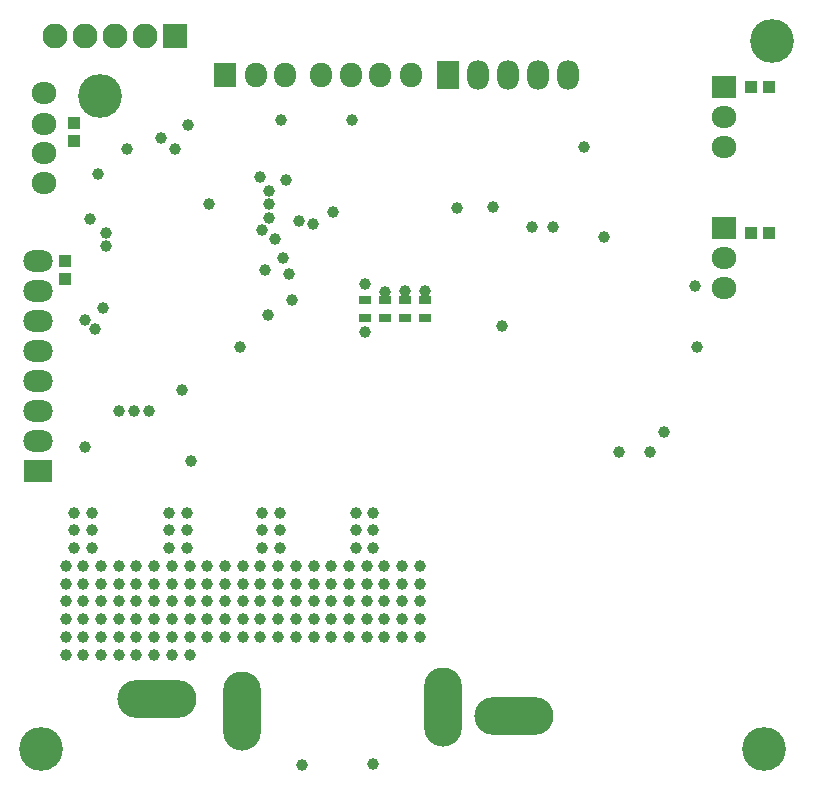
<source format=gbs>
G04*
G04 #@! TF.GenerationSoftware,Altium Limited,Altium Designer,21.9.2 (33)*
G04*
G04 Layer_Color=16711935*
%FSTAX24Y24*%
%MOIN*%
G70*
G04*
G04 #@! TF.SameCoordinates,C045CB64-A717-4E46-AD80-C8F196844A4B*
G04*
G04*
G04 #@! TF.FilePolarity,Negative*
G04*
G01*
G75*
%ADD49R,0.0395X0.0395*%
%ADD50R,0.0434X0.0297*%
%ADD52R,0.0395X0.0395*%
%ADD73O,0.0980X0.0730*%
%ADD74R,0.0980X0.0730*%
%ADD75O,0.0830X0.0730*%
%ADD76C,0.1460*%
%ADD77R,0.0828X0.0828*%
%ADD78C,0.0828*%
%ADD79R,0.0830X0.0730*%
%ADD80O,0.0730X0.0980*%
%ADD81R,0.0730X0.0980*%
%ADD82O,0.0730X0.0830*%
%ADD83R,0.0730X0.0830*%
%ADD84O,0.1261X0.2639*%
%ADD85O,0.2639X0.1261*%
%ADD86C,0.0395*%
D49*
X00915Y017305D02*
D03*
Y017895D02*
D03*
X00945Y021905D02*
D03*
Y022495D02*
D03*
D50*
X019126Y016011D02*
D03*
Y016601D02*
D03*
X019797Y016011D02*
D03*
Y016601D02*
D03*
X020468Y016011D02*
D03*
Y016601D02*
D03*
X021139Y016011D02*
D03*
Y016601D02*
D03*
D52*
X032595Y01885D02*
D03*
X032005D02*
D03*
X032595Y0237D02*
D03*
X032005D02*
D03*
D73*
X008239Y0179D02*
D03*
Y0159D02*
D03*
Y0139D02*
D03*
Y0129D02*
D03*
Y0119D02*
D03*
Y0149D02*
D03*
Y0169D02*
D03*
D74*
Y0109D02*
D03*
D75*
X008429Y0205D02*
D03*
Y02151D02*
D03*
Y02249D02*
D03*
Y0235D02*
D03*
X031102Y017025D02*
D03*
Y018005D02*
D03*
Y021725D02*
D03*
Y022705D02*
D03*
D76*
X0103Y0234D02*
D03*
X0327Y02525D02*
D03*
X03245Y00165D02*
D03*
X00835D02*
D03*
D77*
X012805Y0254D02*
D03*
D78*
X011805D02*
D03*
X010805D02*
D03*
X009805D02*
D03*
X008805D02*
D03*
D79*
X031102Y019015D02*
D03*
Y023715D02*
D03*
D80*
X0249Y0241D02*
D03*
X0239D02*
D03*
X0229D02*
D03*
X0259D02*
D03*
D81*
X0219D02*
D03*
D82*
X02066D02*
D03*
X01965D02*
D03*
X01867D02*
D03*
X01766D02*
D03*
X01648Y0241D02*
D03*
X0155D02*
D03*
D83*
X01449D02*
D03*
D84*
X015035Y002906D02*
D03*
X02175Y00305D02*
D03*
D85*
X0122Y0033D02*
D03*
X024112Y002735D02*
D03*
D86*
X01565Y0207D02*
D03*
X012797Y021647D02*
D03*
X0157Y01895D02*
D03*
X01615Y01865D02*
D03*
X0165Y0206D02*
D03*
X01595Y0198D02*
D03*
Y02025D02*
D03*
X0167Y0166D02*
D03*
X016397Y017993D02*
D03*
X016619Y017482D02*
D03*
X0158Y0176D02*
D03*
X01915Y01715D02*
D03*
X0112Y02165D02*
D03*
X01025Y0208D02*
D03*
X01235Y022D02*
D03*
X01595Y01935D02*
D03*
X009449Y00952D02*
D03*
Y008929D02*
D03*
Y008339D02*
D03*
X012609Y00952D02*
D03*
X015719D02*
D03*
X018829D02*
D03*
Y008929D02*
D03*
X015719D02*
D03*
X012609D02*
D03*
X018829Y008339D02*
D03*
X015719D02*
D03*
X012609D02*
D03*
X0132D02*
D03*
X01631D02*
D03*
X01942D02*
D03*
X0132Y008929D02*
D03*
X01631D02*
D03*
X01942D02*
D03*
Y00952D02*
D03*
X01631D02*
D03*
X0132D02*
D03*
X01004Y008339D02*
D03*
Y008929D02*
D03*
Y00952D02*
D03*
X009751Y00774D02*
D03*
X010341D02*
D03*
X010932D02*
D03*
X011522D02*
D03*
X012113D02*
D03*
X016247D02*
D03*
X016837D02*
D03*
X018018D02*
D03*
X018609D02*
D03*
X020971D02*
D03*
X02038D02*
D03*
X01979D02*
D03*
X019199D02*
D03*
X017428D02*
D03*
X015656D02*
D03*
X015065D02*
D03*
X014475D02*
D03*
X013884D02*
D03*
X013294D02*
D03*
X012703D02*
D03*
X00916D02*
D03*
X013294Y004787D02*
D03*
X012703D02*
D03*
X012113D02*
D03*
X011522D02*
D03*
X010932D02*
D03*
X010341D02*
D03*
X009751D02*
D03*
X00916D02*
D03*
X013294Y005378D02*
D03*
X012703D02*
D03*
X012113D02*
D03*
X011522D02*
D03*
X010932D02*
D03*
X010341D02*
D03*
X009751D02*
D03*
X00916D02*
D03*
D03*
X009751D02*
D03*
X010341D02*
D03*
X010932D02*
D03*
X011522D02*
D03*
X012113D02*
D03*
X012703D02*
D03*
X013294D02*
D03*
X013884D02*
D03*
X014475D02*
D03*
X015065D02*
D03*
X015656D02*
D03*
X016247D02*
D03*
X016837D02*
D03*
X017428D02*
D03*
X018018D02*
D03*
X018609D02*
D03*
X019199D02*
D03*
X01979D02*
D03*
X02038D02*
D03*
X020971D02*
D03*
X00916Y005968D02*
D03*
X009751D02*
D03*
X010341D02*
D03*
X010932D02*
D03*
X011522D02*
D03*
X012113D02*
D03*
X012703D02*
D03*
X013294D02*
D03*
X013884D02*
D03*
X014475D02*
D03*
X015065D02*
D03*
X015656D02*
D03*
X016247D02*
D03*
X016837D02*
D03*
X017428D02*
D03*
X018018D02*
D03*
X018609D02*
D03*
X019199D02*
D03*
X01979D02*
D03*
X02038D02*
D03*
X020971D02*
D03*
X00916Y006559D02*
D03*
X009751D02*
D03*
X010341D02*
D03*
X010932D02*
D03*
X011522D02*
D03*
X012113D02*
D03*
X012703D02*
D03*
X013294D02*
D03*
X013884D02*
D03*
X014475D02*
D03*
X015065D02*
D03*
X015656D02*
D03*
X016247D02*
D03*
X016837D02*
D03*
X017428D02*
D03*
X018018D02*
D03*
X018609D02*
D03*
X019199D02*
D03*
X01979D02*
D03*
X02038D02*
D03*
X020971D02*
D03*
X00916Y007149D02*
D03*
X009751D02*
D03*
X010341D02*
D03*
X010932D02*
D03*
X011522D02*
D03*
X012113D02*
D03*
X012703D02*
D03*
X013294D02*
D03*
X013884D02*
D03*
X014475D02*
D03*
X015065D02*
D03*
X015656D02*
D03*
X016247D02*
D03*
X016837D02*
D03*
X017428D02*
D03*
X018018D02*
D03*
X018609D02*
D03*
X019199D02*
D03*
X01979D02*
D03*
X02038D02*
D03*
X020971D02*
D03*
X01809Y01954D02*
D03*
X030151Y017074D02*
D03*
X02645Y0217D02*
D03*
X0271Y0187D02*
D03*
X01305Y0136D02*
D03*
X01705Y0011D02*
D03*
X0174Y01915D02*
D03*
X022197Y019673D02*
D03*
X01695Y01925D02*
D03*
X0098Y011702D02*
D03*
X01015Y015632D02*
D03*
X009984Y019316D02*
D03*
X0104Y01635D02*
D03*
X01915Y01555D02*
D03*
X0198Y016883D02*
D03*
X0291Y0122D02*
D03*
X01395Y0198D02*
D03*
X02865Y01155D02*
D03*
X0276D02*
D03*
X0237Y01575D02*
D03*
X0254Y01905D02*
D03*
X0247D02*
D03*
X01325Y02245D02*
D03*
X0159Y0161D02*
D03*
X01335Y01125D02*
D03*
X0234Y0197D02*
D03*
X0098Y01595D02*
D03*
X014967Y01505D02*
D03*
X0105Y01885D02*
D03*
Y0184D02*
D03*
X01195Y0129D02*
D03*
X01145D02*
D03*
X01095D02*
D03*
X0302Y01505D02*
D03*
X0194Y00115D02*
D03*
X020468Y016918D02*
D03*
X02115Y0169D02*
D03*
X0187Y0226D02*
D03*
X01635D02*
D03*
M02*

</source>
